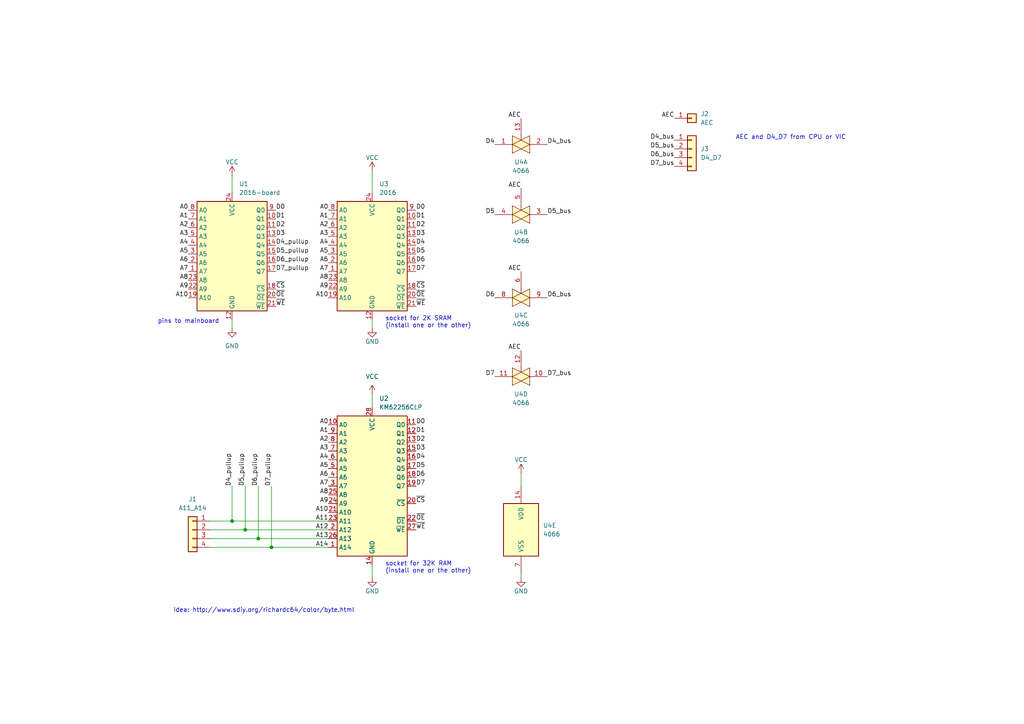
<source format=kicad_sch>
(kicad_sch (version 20211123) (generator eeschema)
  (paper "A4")
  (title_block (title "C128 bytewide 2/32K Color RAM") (date "2023-10-20") (rev "1.0") (company "YTM Enterprises") (comment 1 "Maciej Witkowiak <ytm@elysium.pl>"))
  (lib_symbols
    (symbol "4xxx:4066" (pin_names (offset 1.016))
      (property "Reference" "U" (at -7.62 8.89 0))
      (property "Value" "4066" (at -7.62 -8.89 0))
      (symbol "4066_1_0"
        (polyline (pts (xy 0 1.27) (xy 0 2.54)) (stroke (width 0.1524)))
        (polyline (pts (xy -2.54 0) (xy 2.54 2.54) (xy 2.54 -2.54) (xy -2.54 0)) (fill (type background)))
        (polyline (pts (xy -2.54 2.54) (xy 2.54 0) (xy -2.54 -2.54) (xy -2.54 2.54)) (fill (type background)))
        (pin passive line (at -7.62 0 0) (length 5.08) (name "~") (number "1"))
        (pin input line (at 0 7.62 270) (length 5.08) (name "~") (number "13"))
        (pin passive line (at 7.62 0 180) (length 5.08) (name "~") (number "2"))
      )
      (symbol "4066_2_0"
        (polyline (pts (xy 0 1.27) (xy 0 2.54)) (stroke (width 0.1524)))
        (polyline (pts (xy -2.54 0) (xy 2.54 2.54) (xy 2.54 -2.54) (xy -2.54 0)) (fill (type background)))
        (polyline (pts (xy -2.54 2.54) (xy 2.54 0) (xy -2.54 -2.54) (xy -2.54 2.54)) (fill (type background)))
        (pin passive line (at 7.62 0 180) (length 5.08) (name "~") (number "3"))
        (pin passive line (at -7.62 0 0) (length 5.08) (name "~") (number "4"))
        (pin input line (at 0 7.62 270) (length 5.08) (name "~") (number "5"))
      )
      (symbol "4066_3_0"
        (polyline (pts (xy 0 1.27) (xy 0 2.54)) (stroke (width 0.1524)))
        (polyline (pts (xy -2.54 0) (xy 2.54 2.54) (xy 2.54 -2.54) (xy -2.54 0)) (fill (type background)))
        (polyline (pts (xy -2.54 2.54) (xy 2.54 0) (xy -2.54 -2.54) (xy -2.54 2.54)) (fill (type background)))
        (pin input line (at 0 7.62 270) (length 5.08) (name "~") (number "6"))
        (pin passive line (at -7.62 0 0) (length 5.08) (name "~") (number "8"))
        (pin passive line (at 7.62 0 180) (length 5.08) (name "~") (number "9"))
      )
      (symbol "4066_4_0"
        (polyline (pts (xy 0 1.27) (xy 0 2.54)) (stroke (width 0.1524)))
        (polyline (pts (xy -2.54 0) (xy 2.54 2.54) (xy 2.54 -2.54) (xy -2.54 0)) (fill (type background)))
        (polyline (pts (xy -2.54 2.54) (xy 2.54 0) (xy -2.54 -2.54) (xy -2.54 2.54)) (fill (type background)))
        (pin passive line (at 7.62 0 180) (length 5.08) (name "~") (number "10"))
        (pin passive line (at -7.62 0 0) (length 5.08) (name "~") (number "11"))
        (pin input line (at 0 7.62 270) (length 5.08) (name "~") (number "12"))
      )
      (symbol "4066_5_0"
        (pin power_in line (at 0 12.7 270) (length 5.08) (name "VDD") (number "14"))
        (pin power_in line (at 0 -12.7 90) (length 5.08) (name "VSS") (number "7"))
      )
      (symbol "4066_5_1"
        (rectangle (start -5.08 7.62) (end 5.08 -7.62) (stroke (width 0.254)) (fill (type background)))
      )
    )
    (symbol "Connector_Generic:Conn_01x01" (pin_names (offset 1.016) hide)
      (property "Reference" "J" (at 0 2.54 0))
      (property "Value" "Conn_01x01" (at 0 -2.54 0))
      (symbol "Conn_01x01_1_1"
        (rectangle (start -1.27 0.127) (end 0 -0.127) (stroke (width 0.1524)))
        (rectangle (start -1.27 1.27) (end 1.27 -1.27) (stroke (width 0.254)) (fill (type background)))
        (pin passive line (at -5.08 0 0) (length 3.81) (name "Pin_1") (number "1"))
      )
    )
    (symbol "Connector_Generic:Conn_01x04" (pin_names (offset 1.016) hide)
      (property "Reference" "J" (at 0 5.08 0))
      (property "Value" "Conn_01x04" (at 0 -7.62 0))
      (symbol "Conn_01x04_1_1"
        (rectangle (start -1.27 -4.953) (end 0 -5.207) (stroke (width 0.1524)))
        (rectangle (start -1.27 -2.413) (end 0 -2.667) (stroke (width 0.1524)))
        (rectangle (start -1.27 0.127) (end 0 -0.127) (stroke (width 0.1524)))
        (rectangle (start -1.27 2.667) (end 0 2.413) (stroke (width 0.1524)))
        (rectangle (start -1.27 3.81) (end 1.27 -6.35) (stroke (width 0.254)) (fill (type background)))
        (pin passive line (at -5.08 2.54 0) (length 3.81) (name "Pin_1") (number "1"))
        (pin passive line (at -5.08 0 0) (length 3.81) (name "Pin_2") (number "2"))
        (pin passive line (at -5.08 -2.54 0) (length 3.81) (name "Pin_3") (number "3"))
        (pin passive line (at -5.08 -5.08 0) (length 3.81) (name "Pin_4") (number "4"))
      )
    )
    (symbol "Memory_RAM:KM62256CLP"
      (property "Reference" "U" (at -10.16 20.955 0))
      (property "Value" "KM62256CLP" (at 2.54 20.955 0))
      (symbol "KM62256CLP_0_0"
        (pin power_in line (at 0 -22.86 90) (length 2.54) (name "GND") (number "14"))
        (pin power_in line (at 0 22.86 270) (length 2.54) (name "VCC") (number "28"))
      )
      (symbol "KM62256CLP_0_1"
        (rectangle (start -10.16 20.32) (end 10.16 -20.32) (stroke (width 0.254)) (fill (type background)))
      )
      (symbol "KM62256CLP_1_1"
        (pin input line (at -12.7 -17.78 0) (length 2.54) (name "A14") (number "1"))
        (pin input line (at -12.7 17.78 0) (length 2.54) (name "A0") (number "10"))
        (pin tri_state line (at 12.7 17.78 180) (length 2.54) (name "Q0") (number "11"))
        (pin tri_state line (at 12.7 15.24 180) (length 2.54) (name "Q1") (number "12"))
        (pin tri_state line (at 12.7 12.7 180) (length 2.54) (name "Q2") (number "13"))
        (pin tri_state line (at 12.7 10.16 180) (length 2.54) (name "Q3") (number "15"))
        (pin tri_state line (at 12.7 7.62 180) (length 2.54) (name "Q4") (number "16"))
        (pin tri_state line (at 12.7 5.08 180) (length 2.54) (name "Q5") (number "17"))
        (pin tri_state line (at 12.7 2.54 180) (length 2.54) (name "Q6") (number "18"))
        (pin tri_state line (at 12.7 0 180) (length 2.54) (name "Q7") (number "19"))
        (pin input line (at -12.7 -12.7 0) (length 2.54) (name "A12") (number "2"))
        (pin input line (at 12.7 -5.08 180) (length 2.54) (name "~{CS}") (number "20"))
        (pin input line (at -12.7 -7.62 0) (length 2.54) (name "A10") (number "21"))
        (pin input line (at 12.7 -10.16 180) (length 2.54) (name "~{OE}") (number "22"))
        (pin input line (at -12.7 -10.16 0) (length 2.54) (name "A11") (number "23"))
        (pin input line (at -12.7 -5.08 0) (length 2.54) (name "A9") (number "24"))
        (pin input line (at -12.7 -2.54 0) (length 2.54) (name "A8") (number "25"))
        (pin input line (at -12.7 -15.24 0) (length 2.54) (name "A13") (number "26"))
        (pin input line (at 12.7 -12.7 180) (length 2.54) (name "~{WE}") (number "27"))
        (pin input line (at -12.7 0 0) (length 2.54) (name "A7") (number "3"))
        (pin input line (at -12.7 2.54 0) (length 2.54) (name "A6") (number "4"))
        (pin input line (at -12.7 5.08 0) (length 2.54) (name "A5") (number "5"))
        (pin input line (at -12.7 7.62 0) (length 2.54) (name "A4") (number "6"))
        (pin input line (at -12.7 10.16 0) (length 2.54) (name "A3") (number "7"))
        (pin input line (at -12.7 12.7 0) (length 2.54) (name "A2") (number "8"))
        (pin input line (at -12.7 15.24 0) (length 2.54) (name "A1") (number "9"))
      )
    )
    (symbol "SRAM:2016"
      (property "Reference" "U" (at -10.16 20.955 0))
      (property "Value" "2016" (at 2.54 20.955 0))
      (symbol "2016_0_0"
        (pin tri_state line (at 12.7 7.62 180) (length 2.54) (name "Q4") (number "14"))
      )
      (symbol "2016_0_1"
        (rectangle (start -10.16 20.32) (end 10.16 -11.43) (stroke (width 0.254)) (fill (type background)))
      )
      (symbol "2016_1_1"
        (pin input line (at -12.7 0 0) (length 2.54) (name "A7") (number "1"))
        (pin tri_state line (at 12.7 15.24 180) (length 2.54) (name "Q1") (number "10"))
        (pin tri_state line (at 12.7 12.7 180) (length 2.54) (name "Q2") (number "11"))
        (pin power_in line (at 0 -13.97 90) (length 2.54) (name "GND") (number "12"))
        (pin tri_state line (at 12.7 10.16 180) (length 2.54) (name "Q3") (number "13"))
        (pin tri_state line (at 12.7 5.08 180) (length 2.54) (name "Q5") (number "15"))
        (pin tri_state line (at 12.7 2.54 180) (length 2.54) (name "Q6") (number "16"))
        (pin tri_state line (at 12.7 0 180) (length 2.54) (name "Q7") (number "17"))
        (pin input line (at 12.7 -5.08 180) (length 2.54) (name "~{CS}") (number "18"))
        (pin input line (at -12.7 -7.62 0) (length 2.54) (name "A10") (number "19"))
        (pin input line (at -12.7 2.54 0) (length 2.54) (name "A6") (number "2"))
        (pin input line (at 12.7 -7.62 180) (length 2.54) (name "~{OE}") (number "20"))
        (pin input line (at 12.7 -10.16 180) (length 2.54) (name "~{WE}") (number "21"))
        (pin input line (at -12.7 -5.08 0) (length 2.54) (name "A9") (number "22"))
        (pin input line (at -12.7 -2.54 0) (length 2.54) (name "A8") (number "23"))
        (pin power_in line (at 0 22.86 270) (length 2.54) (name "VCC") (number "24"))
        (pin input line (at -12.7 5.08 0) (length 2.54) (name "A5") (number "3"))
        (pin input line (at -12.7 7.62 0) (length 2.54) (name "A4") (number "4"))
        (pin input line (at -12.7 10.16 0) (length 2.54) (name "A3") (number "5"))
        (pin input line (at -12.7 12.7 0) (length 2.54) (name "A2") (number "6"))
        (pin input line (at -12.7 15.24 0) (length 2.54) (name "A1") (number "7"))
        (pin input line (at -12.7 17.78 0) (length 2.54) (name "A0") (number "8"))
        (pin tri_state line (at 12.7 17.78 180) (length 2.54) (name "Q0") (number "9"))
      )
    )
    (symbol "power:GND" (power) (pin_names (offset 0))
      (property "Value" "GND" (at 0 -3.81 0))
      (symbol "GND_0_1"
        (polyline (pts (xy 0 0) (xy 0 -1.27) (xy 1.27 -1.27) (xy 0 -2.54) (xy -1.27 -1.27) (xy 0 -1.27)))
      )
      (symbol "GND_1_1"
        (pin power_in line (at 0 0 270) (length 0) hide (name "GND") (number "1"))
      )
    )
    (symbol "power:VCC" (power) (pin_names (offset 0))
      (property "Value" "VCC" (at 0 3.81 0))
      (symbol "VCC_0_1"
        (polyline (pts (xy -0.762 1.27) (xy 0 2.54)))
        (polyline (pts (xy 0 0) (xy 0 2.54)))
        (polyline (pts (xy 0 2.54) (xy 0.762 1.27)))
      )
      (symbol "VCC_1_1"
        (pin power_in line (at 0 0 90) (length 0) hide (name "VCC") (number "1"))
      )
    )
  )
  (junction (at 71.12 153.67))
  (junction (at 78.74 158.75))
  (junction (at 74.93 156.21))
  (junction (at 67.31 151.13))
  (wire (pts (xy 60.96 158.75) (xy 78.74 158.75)))
  (wire (pts (xy 107.95 163.83) (xy 107.95 167.64)))
  (wire (pts (xy 67.31 92.71) (xy 67.31 95.25)))
  (wire (pts (xy 78.74 140.97) (xy 78.74 158.75)))
  (wire (pts (xy 151.13 137.16) (xy 151.13 140.97)))
  (wire (pts (xy 60.96 153.67) (xy 71.12 153.67)))
  (wire (pts (xy 107.95 114.3) (xy 107.95 118.11)))
  (wire (pts (xy 74.93 156.21) (xy 95.25 156.21)))
  (wire (pts (xy 60.96 151.13) (xy 67.31 151.13)))
  (wire (pts (xy 67.31 50.8) (xy 67.31 55.88)))
  (wire (pts (xy 151.13 166.37) (xy 151.13 167.64)))
  (wire (pts (xy 71.12 140.97) (xy 71.12 153.67)))
  (wire (pts (xy 74.93 140.97) (xy 74.93 156.21)))
  (wire (pts (xy 107.95 49.53) (xy 107.95 55.88)))
  (wire (pts (xy 60.96 156.21) (xy 74.93 156.21)))
  (wire (pts (xy 107.95 92.71) (xy 107.95 95.25)))
  (wire (pts (xy 71.12 153.67) (xy 95.25 153.67)))
  (wire (pts (xy 67.31 140.97) (xy 67.31 151.13)))
  (wire (pts (xy 67.31 151.13) (xy 95.25 151.13)))
  (wire (pts (xy 78.74 158.75) (xy 95.25 158.75)))
  (text "AEC and D4_D7 from CPU or VIC" (at 213.36 40.64 0) (effects (font (size 1.27 1.27)) (justify left bottom)))
  (text "Idea: http://www.sdiy.org/richardc64/color/byte.html" (at 102.87 177.8 0) (effects (font (size 1.27 1.27)) (justify right bottom)))
  (text "socket for 2K SRAM\n(install one or the other)" (at 111.76 95.25 0) (effects (font (size 1.27 1.27)) (justify left bottom)))
  (text "socket for 32K RAM\n(install one or the other)" (at 111.76 166.37 0) (effects (font (size 1.27 1.27)) (justify left bottom)))
  (text "pins to mainboard" (at 45.72 93.98 0) (effects (font (size 1.27 1.27)) (justify left bottom)))
  (label "A6" (at 95.25 76.2 180))
  (label "A7" (at 95.25 78.74 180))
  (label "A7" (at 54.61 78.74 180))
  (label "D6_bus" (at 195.58 45.72 180))
  (label "A1" (at 95.25 63.5 180))
  (label "D2" (at 120.65 66.04 0))
  (label "A4" (at 95.25 71.12 180))
  (label "A9" (at 54.61 83.82 180))
  (label "A1" (at 95.25 125.73 180))
  (label "D7_bus" (at 195.58 48.26 180))
  (label "A5" (at 95.25 73.66 180))
  (label "A1" (at 54.61 63.5 180))
  (label "A0" (at 54.61 60.96 180))
  (label "D6" (at 120.65 76.2 0))
  (label "D6_pullup" (at 74.93 140.97 90))
  (label "D0" (at 80.01 60.96 0))
  (label "D5_pullup" (at 71.12 140.97 90))
  (label "D3" (at 80.01 68.58 0))
  (label "D0" (at 120.65 60.96 0))
  (label "A5" (at 54.61 73.66 180))
  (label "A3" (at 54.61 68.58 180))
  (label "D4_bus" (at 195.58 40.64 180))
  (label "D2" (at 80.01 66.04 0))
  (label "D1" (at 80.01 63.5 0))
  (label "D5_bus" (at 158.75 62.23 0))
  (label "A12" (at 95.25 153.67 180))
  (label "AEC" (at 151.13 78.74 180))
  (label "~{CS}" (at 120.65 146.05 0))
  (label "A8" (at 95.25 81.28 180))
  (label "AEC" (at 151.13 34.29 180))
  (label "~{WE}" (at 120.65 153.67 0))
  (label "A9" (at 95.25 146.05 180))
  (label "A3" (at 95.25 68.58 180))
  (label "D7" (at 120.65 78.74 0))
  (label "D5_bus" (at 195.58 43.18 180))
  (label "D5" (at 143.51 62.23 180))
  (label "A4" (at 54.61 71.12 180))
  (label "D7" (at 120.65 140.97 0))
  (label "A8" (at 95.25 143.51 180))
  (label "~{OE}" (at 120.65 86.36 0))
  (label "A10" (at 54.61 86.36 180))
  (label "AEC" (at 151.13 54.61 180))
  (label "D3" (at 120.65 68.58 0))
  (label "D4" (at 120.65 133.35 0))
  (label "~{CS}" (at 120.65 83.82 0))
  (label "~{WE}" (at 80.01 88.9 0))
  (label "~{WE}" (at 120.65 88.9 0))
  (label "A7" (at 95.25 140.97 180))
  (label "D3" (at 120.65 130.81 0))
  (label "D1" (at 120.65 63.5 0))
  (label "D5_pullup" (at 80.01 73.66 0))
  (label "A2" (at 95.25 66.04 180))
  (label "AEC" (at 151.13 101.6 180))
  (label "D4" (at 143.51 41.91 180))
  (label "A6" (at 95.25 138.43 180))
  (label "A10" (at 95.25 148.59 180))
  (label "D7_bus" (at 158.75 109.22 0))
  (label "A13" (at 95.25 156.21 180))
  (label "A2" (at 54.61 66.04 180))
  (label "A11" (at 95.25 151.13 180))
  (label "D5" (at 120.65 135.89 0))
  (label "D1" (at 120.65 125.73 0))
  (label "D4_pullup" (at 67.31 140.97 90))
  (label "D6" (at 143.51 86.36 180))
  (label "D5" (at 120.65 73.66 0))
  (label "D6" (at 120.65 138.43 0))
  (label "A10" (at 95.25 86.36 180))
  (label "A0" (at 95.25 60.96 180))
  (label "AEC" (at 195.58 34.29 180))
  (label "D4_pullup" (at 80.01 71.12 0))
  (label "A9" (at 95.25 83.82 180))
  (label "D7" (at 143.51 109.22 180))
  (label "D6_bus" (at 158.75 86.36 0))
  (label "A6" (at 54.61 76.2 180))
  (label "D6_pullup" (at 80.01 76.2 0))
  (label "D4" (at 120.65 71.12 0))
  (label "A5" (at 95.25 135.89 180))
  (label "D4_bus" (at 158.75 41.91 0))
  (label "A8" (at 54.61 81.28 180))
  (label "A2" (at 95.25 128.27 180))
  (label "A0" (at 95.25 123.19 180))
  (label "A4" (at 95.25 133.35 180))
  (label "~{CS}" (at 80.01 83.82 0))
  (label "D0" (at 120.65 123.19 0))
  (label "~{OE}" (at 80.01 86.36 0))
  (label "D7_pullup" (at 80.01 78.74 0))
  (label "A3" (at 95.25 130.81 180))
  (label "D2" (at 120.65 128.27 0))
  (label "D7_pullup" (at 78.74 140.97 90))
  (label "A14" (at 95.25 158.75 180))
  (label "~{OE}" (at 120.65 151.13 0))
  (symbol (lib_id "4xxx:4066") (at 151.13 41.91 0) (unit 1)
    (property "Reference" "U4" (at 151.13 46.99 0))
    (property "Value" "4066" (at 151.13 49.53 0))
    (property "Footprint" "Package_DIP:DIP-14_W7.62mm_Socket" (effects hide))
    (property "Datasheet" "http://www.ti.com/lit/ds/symlink/cd4066b.pdf" (effects hide))
  )
  (symbol (lib_id "4xxx:4066") (at 151.13 86.36 0) (unit 3)
    (property "Reference" "U4" (at 151.13 91.44 0))
    (property "Value" "4066" (at 151.13 93.98 0))
    (property "Footprint" "Package_DIP:DIP-14_W7.62mm_Socket" (effects hide))
    (property "Datasheet" "http://www.ti.com/lit/ds/symlink/cd4066b.pdf" (effects hide))
  )
  (symbol (lib_id "power:VCC") (at 67.31 50.8 0) (unit 1)
    (property "Reference" "#PWR01" (effects hide))
    (property "Value" "VCC" (at 67.31 46.99 0))
  )
  (symbol (lib_id "SRAM:2016") (at 107.95 78.74 0) (unit 1)
    (property "Reference" "U3" (at 109.9694 53.34 0) (effects (justify left)))
    (property "Value" "2016" (at 109.9694 55.88 0) (effects (justify left)))
    (property "Footprint" "Package_DIP:DIP-24_W15.24mm" (effects hide))
    (property "Datasheet" "https://www.tvsat.com.pl/pdf/m/mcm2018_mot.pdf" (effects hide))
  )
  (symbol (lib_id "SRAM:2016") (at 67.31 78.74 0) (unit 1)
    (property "Reference" "U1" (at 69.3294 53.34 0) (effects (justify left)))
    (property "Value" "2016-board" (at 69.3294 55.88 0) (effects (justify left)))
    (property "Footprint" "Package_DIP:DIP-24_W15.24mm" (effects hide))
    (property "Datasheet" "https://www.tvsat.com.pl/pdf/m/mcm2018_mot.pdf" (effects hide))
  )
  (symbol (lib_id "power:VCC") (at 107.95 114.3 0) (unit 1)
    (property "Reference" "#PWR03" (effects hide))
    (property "Value" "VCC" (at 107.95 109.22 0))
  )
  (symbol (lib_id "Connector_Generic:Conn_01x04") (at 200.66 43.18 0) (unit 1)
    (property "Reference" "J3" (at 203.2 43.1799 0) (effects (justify left)))
    (property "Value" "D4_D7" (at 203.2 45.7199 0) (effects (justify left)))
    (property "Footprint" "Connector_PinHeader_2.54mm:PinHeader_1x04_P2.54mm_Vertical" (effects hide))
  )
  (symbol (lib_id "power:VCC") (at 107.95 49.53 0) (unit 1)
    (property "Reference" "#PWR05" (effects hide))
    (property "Value" "VCC" (at 107.95 45.72 0))
  )
  (symbol (lib_id "power:VCC") (at 151.13 137.16 0) (unit 1)
    (property "Reference" "#PWR07" (effects hide))
    (property "Value" "VCC" (at 151.13 133.35 0))
  )
  (symbol (lib_id "Memory_RAM:KM62256CLP") (at 107.95 140.97 0) (unit 1)
    (property "Reference" "U2" (at 109.9694 115.57 0) (effects (justify left)))
    (property "Value" "KM62256CLP" (at 109.9694 118.11 0) (effects (justify left)))
    (property "Footprint" "Package_DIP:DIP-28_W15.24mm" (effects hide))
    (property "Datasheet" "https://www.futurlec.com/Datasheet/Memory/62256.pdf" (effects hide))
  )
  (symbol (lib_id "Connector_Generic:Conn_01x01") (at 200.66 34.29 0) (unit 1)
    (property "Reference" "J2" (at 203.2 33.0199 0) (effects (justify left)))
    (property "Value" "AEC" (at 203.2 35.5599 0) (effects (justify left)))
    (property "Footprint" "Connector_PinHeader_2.54mm:PinHeader_1x01_P2.54mm_Vertical" (effects hide))
  )
  (symbol (lib_id "power:GND") (at 107.95 95.25 0) (unit 1)
    (property "Reference" "#PWR06" (effects hide))
    (property "Value" "GND" (at 107.95 99.06 0))
  )
  (symbol (lib_id "4xxx:4066") (at 151.13 153.67 0) (unit 5)
    (property "Reference" "U4" (at 157.48 152.3999 0) (effects (justify left)))
    (property "Value" "4066" (at 157.48 154.9399 0) (effects (justify left)))
    (property "Footprint" "Package_DIP:DIP-14_W7.62mm_Socket" (effects hide))
    (property "Datasheet" "http://www.ti.com/lit/ds/symlink/cd4066b.pdf" (effects hide))
  )
  (symbol (lib_id "4xxx:4066") (at 151.13 109.22 0) (unit 4)
    (property "Reference" "U4" (at 151.13 114.3 0))
    (property "Value" "4066" (at 151.13 116.84 0))
    (property "Footprint" "Package_DIP:DIP-14_W7.62mm_Socket" (effects hide))
    (property "Datasheet" "http://www.ti.com/lit/ds/symlink/cd4066b.pdf" (effects hide))
  )
  (symbol (lib_id "4xxx:4066") (at 151.13 62.23 0) (unit 2)
    (property "Reference" "U4" (at 151.13 67.31 0))
    (property "Value" "4066" (at 151.13 69.85 0))
    (property "Footprint" "Package_DIP:DIP-14_W7.62mm_Socket" (effects hide))
    (property "Datasheet" "http://www.ti.com/lit/ds/symlink/cd4066b.pdf" (effects hide))
  )
  (symbol (lib_id "power:GND") (at 107.95 167.64 0) (unit 1)
    (property "Reference" "#PWR04" (effects hide))
    (property "Value" "GND" (at 107.95 171.45 0))
  )
  (symbol (lib_id "power:GND") (at 67.31 95.25 0) (unit 1)
    (property "Reference" "#PWR02" (effects hide))
    (property "Value" "GND" (at 67.31 100.33 0))
  )
  (symbol (lib_id "power:GND") (at 151.13 167.64 0) (unit 1)
    (property "Reference" "#PWR08" (effects hide))
    (property "Value" "GND" (at 151.13 171.45 0))
  )
  (symbol (lib_id "Connector_Generic:Conn_01x04") (at 55.88 153.67 0) (mirror y) (unit 1)
    (property "Reference" "J1" (at 55.88 144.78 0))
    (property "Value" "A11_A14" (at 55.88 147.32 0))
    (property "Footprint" "Connector_PinHeader_2.54mm:PinHeader_1x04_P2.54mm_Vertical" (effects hide))
  )
)
</source>
